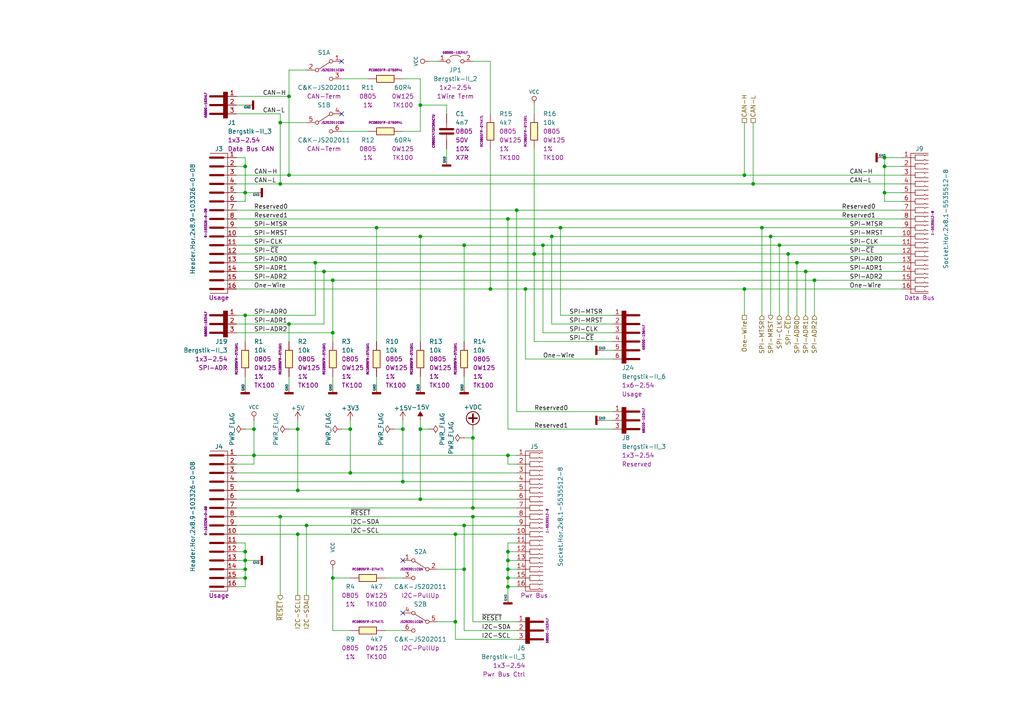
<source format=kicad_sch>
(kicad_sch (version 20211123) (generator eeschema)
  (paper "A4")
  (lib_symbols
    (symbol "C.Kemet.MLCC.0805.X7R:4n7" (pin_numbers hide) (pin_names (offset 1.016) hide)
      (property "Reference" "C" (at 2.54 5.08 0))
      (property "Value" "4n7" (at 2.54 2.54 0))
      (property "Package" "0805" (at 2.54 0 0))
      (property "Voltage" "50V" (at 2.54 -2.54 0))
      (property "Tolerance" "10%" (at 2.54 -5.08 0))
      (property "Dielectric" "X7R" (at 2.54 -7.62 0))
      (property "ID" "C0805C472K5RACTU" (at -3.81 0 90))
      (symbol "4n7_1_1"
        (pin passive line (at 0 5.08 270) (length 2.54) (name "~") (number "1"))
        (pin passive line (at 0 -5.08 90) (length 2.54) (name "~") (number "2"))
      )
    )
    (symbol "J.AMPMODU-ModII:Header.Hor.2x8.9-103326-0-08" (pin_names hide)
      (property "Reference" "J" (at 2.54 20.32 0))
      (property "Value" "Header.Hor.2x8.9-103326-0-08" (at 10.16 0 90))
      (property "Usage" "Usage" (at 2.54 -22.86 0))
      (property "ID" "9-103326-0-08" (at 6.35 -1.27 90))
      (symbol "Header.Hor.2x8.9-103326-0-08_1_1"
        (pin passive line (at -2.54 17.78 0) (length 2.54) (name "1") (number "1"))
        (pin passive line (at -2.54 -5.08 0) (length 2.54) (name "10") (number "10"))
        (pin passive line (at -2.54 -7.62 0) (length 2.54) (name "11") (number "11"))
        (pin passive line (at -2.54 -10.16 0) (length 2.54) (name "12") (number "12"))
        (pin passive line (at -2.54 -12.7 0) (length 2.54) (name "13") (number "13"))
        (pin passive line (at -2.54 -15.24 0) (length 2.54) (name "14") (number "14"))
        (pin passive line (at -2.54 -17.78 0) (length 2.54) (name "15") (number "15"))
        (pin passive line (at -2.54 -20.32 0) (length 2.54) (name "16") (number "16"))
        (pin passive line (at -2.54 15.24 0) (length 2.54) (name "2") (number "2"))
        (pin passive line (at -2.54 12.7 0) (length 2.54) (name "3") (number "3"))
        (pin passive line (at -2.54 10.16 0) (length 2.54) (name "4") (number "4"))
        (pin passive line (at -2.54 7.62 0) (length 2.54) (name "5") (number "5"))
        (pin passive line (at -2.54 5.08 0) (length 2.54) (name "6") (number "6"))
        (pin passive line (at -2.54 2.54 0) (length 2.54) (name "7") (number "7"))
        (pin passive line (at -2.54 0 0) (length 2.54) (name "8") (number "8"))
        (pin passive line (at -2.54 -2.54 0) (length 2.54) (name "9") (number "9"))
      )
    )
    (symbol "J.AMPMODU-ModII:Socket.Hor.2x8.1-5535512-8" (pin_names hide)
      (property "Reference" "J" (at 2.54 20.32 0))
      (property "Value" "Socket.Hor.2x8.1-5535512-8" (at 10.16 0 90))
      (property "Usage" "Usage" (at 2.54 -22.86 0))
      (property "ID" "1-5535512-8" (at 6.35 -1.27 90))
      (symbol "Socket.Hor.2x8.1-5535512-8_1_1"
        (pin passive line (at -2.54 17.78 0) (length 2.54) (name "1") (number "1"))
        (pin passive line (at -2.54 -5.08 0) (length 2.54) (name "10") (number "10"))
        (pin passive line (at -2.54 -7.62 0) (length 2.54) (name "11") (number "11"))
        (pin passive line (at -2.54 -10.16 0) (length 2.54) (name "12") (number "12"))
        (pin passive line (at -2.54 -12.7 0) (length 2.54) (name "13") (number "13"))
        (pin passive line (at -2.54 -15.24 0) (length 2.54) (name "14") (number "14"))
        (pin passive line (at -2.54 -17.78 0) (length 2.54) (name "15") (number "15"))
        (pin passive line (at -2.54 -20.32 0) (length 2.54) (name "16") (number "16"))
        (pin passive line (at -2.54 15.24 0) (length 2.54) (name "2") (number "2"))
        (pin passive line (at -2.54 12.7 0) (length 2.54) (name "3") (number "3"))
        (pin passive line (at -2.54 10.16 0) (length 2.54) (name "4") (number "4"))
        (pin passive line (at -2.54 7.62 0) (length 2.54) (name "5") (number "5"))
        (pin passive line (at -2.54 5.08 0) (length 2.54) (name "6") (number "6"))
        (pin passive line (at -2.54 2.54 0) (length 2.54) (name "7") (number "7"))
        (pin passive line (at -2.54 0 0) (length 2.54) (name "8") (number "8"))
        (pin passive line (at -2.54 -2.54 0) (length 2.54) (name "9") (number "9"))
      )
    )
    (symbol "J.PinHeader:Bergstik-II_3" (pin_names (offset 0.002) hide)
      (property "Reference" "J" (at -2.54 -5.08 0))
      (property "Value" "Bergstik-II_3" (at -2.54 -7.62 0))
      (property "Package" "1x3-2.54" (at -2.54 -10.16 0))
      (property "Usage" "Usage" (at -2.54 -12.7 0))
      (property "ID" "68000-103HLF" (at 3.81 0 90))
      (symbol "Bergstik-II_3_1_1"
        (pin passive line (at -5.08 2.54 0) (length 2.54) (name "A1") (number "1"))
        (pin passive line (at -5.08 0 0) (length 2.54) (name "A2") (number "2"))
        (pin passive line (at -5.08 -2.54 0) (length 2.54) (name "A3") (number "3"))
      )
    )
    (symbol "J.PinHeader:Bergstik-II_6" (pin_names (offset 0.002) hide)
      (property "Reference" "J" (at -2.54 -10.16 0))
      (property "Value" "Bergstik-II_6" (at -2.54 -12.7 0))
      (property "Package" "1x6-2.54" (at -2.54 -15.24 0))
      (property "Usage" "Usage" (at -2.54 -17.78 0))
      (property "ID" "68000-106HLF" (at 3.81 -1.27 90))
      (symbol "Bergstik-II_6_1_1"
        (pin passive line (at -5.08 5.08 0) (length 2.54) (name "A1") (number "1"))
        (pin passive line (at -5.08 2.54 0) (length 2.54) (name "A2") (number "2"))
        (pin passive line (at -5.08 0 0) (length 2.54) (name "A3") (number "3"))
        (pin passive line (at -5.08 -2.54 0) (length 2.54) (name "A4") (number "4"))
        (pin passive line (at -5.08 -5.08 0) (length 2.54) (name "A5") (number "5"))
        (pin passive line (at -5.08 -7.62 0) (length 2.54) (name "A6") (number "6"))
      )
    )
    (symbol "JP:Bergstik-II_2" (pin_names (offset 0) hide)
      (property "Reference" "JP" (at 0 -2.54 0))
      (property "Value" "Bergstik-II_2" (at 0 -5.08 0))
      (property "Package" "1x2-2.54" (at 0 -7.62 0))
      (property "ID" "68000-102HLF" (at 0 2.54 0))
      (property "Usage" "Usage" (at 0 -10.16 0))
      (symbol "Bergstik-II_2_1_1"
        (pin passive line (at -5.08 0 0) (length 2.54) (name "A") (number "1"))
        (pin passive line (at 5.08 0 180) (length 2.54) (name "B") (number "2"))
      )
    )
    (symbol "R.Yageo.RC0805:10k" (pin_numbers hide) (pin_names (offset 1.016) hide)
      (property "Reference" "R" (at 2.54 5.08 0))
      (property "Value" "10k" (at 2.54 2.54 0))
      (property "Package" "0805" (at 2.54 0 0))
      (property "Power" "0W125" (at 2.54 -2.54 0))
      (property "Tolerance" "1%" (at 2.54 -5.08 0))
      (property "TK" "TK100" (at 2.54 -7.62 0))
      (property "ID" "RC0805FR-0710KL" (at -2.54 0 90))
      (symbol "10k_1_1"
        (pin passive line (at 0 5.08 270) (length 2.54) (name "~") (number "1"))
        (pin passive line (at 0 -5.08 90) (length 2.54) (name "~") (number "2"))
      )
    )
    (symbol "R.Yageo.RC0805:4k7" (pin_numbers hide) (pin_names (offset 1.016) hide)
      (property "Reference" "R" (at 2.54 5.08 0))
      (property "Value" "4k7" (at 2.54 2.54 0))
      (property "Package" "0805" (at 2.54 0 0))
      (property "Power" "0W125" (at 2.54 -2.54 0))
      (property "Tolerance" "1%" (at 2.54 -5.08 0))
      (property "TK" "TK100" (at 2.54 -7.62 0))
      (property "ID" "RC0805FR-074K7L" (at -2.54 0 90))
      (symbol "4k7_1_1"
        (pin passive line (at 0 5.08 270) (length 2.54) (name "~") (number "1"))
        (pin passive line (at 0 -5.08 90) (length 2.54) (name "~") (number "2"))
      )
    )
    (symbol "R.Yageo.RC0805:60R4" (pin_numbers hide) (pin_names (offset 1.016) hide)
      (property "Reference" "R" (at 2.54 5.08 0))
      (property "Value" "60R4" (at 2.54 2.54 0))
      (property "Package" "0805" (at 2.54 0 0))
      (property "Power" "0W125" (at 2.54 -2.54 0))
      (property "Tolerance" "1%" (at 2.54 -5.08 0))
      (property "TK" "TK100" (at 2.54 -7.62 0))
      (property "ID" "RC0805FR-0760R4L" (at -2.54 0 90))
      (symbol "60R4_1_1"
        (pin passive line (at 0 5.08 270) (length 2.54) (name "~") (number "1"))
        (pin passive line (at 0 -5.08 90) (length 2.54) (name "~") (number "2"))
      )
    )
    (symbol "S:C&K-JS202011" (pin_names (offset 0) hide)
      (property "Reference" "S" (at 0 5.08 0))
      (property "Value" "C&K-JS202011" (at 0 -5.08 0))
      (property "Usage" "Usage" (at 0 -7.62 0))
      (property "ID" "JS202011CQN" (at 2.54 0 0))
      (symbol "C&K-JS202011_1_1"
        (pin passive line (at 5.08 2.54 180) (length 2.54) (name "A") (number "1"))
        (pin passive line (at -5.08 0 0) (length 2.54) (name "B") (number "2"))
        (pin passive line (at 5.08 -2.54 180) (length 2.54) (name "C") (number "3"))
      )
      (symbol "C&K-JS202011_2_1"
        (pin passive line (at 5.08 2.54 180) (length 2.54) (name "A") (number "4"))
        (pin passive line (at -5.08 0 0) (length 2.54) (name "B") (number "5"))
        (pin passive line (at 5.08 -2.54 180) (length 2.54) (name "C") (number "6"))
      )
    )
    (symbol "Supply:+15V" (power) (pin_numbers hide) (pin_names (offset 0) hide)
      (property "Value" "+15V" (at 0 3.556 0))
      (symbol "+15V_1_1"
        (pin power_in line (at 0 0 90) (length 0) hide (name "+15V") (number "1"))
      )
    )
    (symbol "Supply:+3V3" (power) (pin_numbers hide) (pin_names (offset 0) hide)
      (property "Value" "+3V3" (at 0 3.556 0))
      (symbol "+3V3_1_1"
        (pin power_in line (at 0 0 90) (length 0) hide (name "+3V3") (number "1"))
      )
    )
    (symbol "Supply:+5V" (power) (pin_numbers hide) (pin_names (offset 0) hide)
      (property "Value" "+5V" (at 0 3.556 0))
      (symbol "+5V_1_1"
        (pin power_in line (at 0 0 90) (length 0) hide (name "+5V") (number "1"))
      )
    )
    (symbol "Supply:+VDC" (power) (pin_numbers hide) (pin_names (offset 0) hide)
      (property "Value" "+VDC" (at 0 6.35 0))
      (symbol "+VDC_1_1"
        (pin power_in line (at 0 0 90) (length 0) hide (name "+VDC") (number "1"))
      )
    )
    (symbol "Supply:-15V" (power) (pin_numbers hide) (pin_names (offset 0) hide)
      (property "Value" "-15V" (at 0 3.81 0))
      (symbol "-15V_0_0"
        (pin power_in line (at 0 0 90) (length 0) hide (name "-15V") (number "1"))
      )
    )
    (symbol "Supply:GND" (power) (pin_numbers hide) (pin_names (offset 0) hide)
      (property "Value" "GND" (at -0.635 -0.635 90))
      (symbol "GND_1_1"
        (pin power_in line (at 0 0 270) (length 0) hide (name "GND") (number "1"))
      )
    )
    (symbol "Supply:PWR_FLAG" (power) (pin_numbers hide) (pin_names (offset 0) hide)
      (property "Value" "PWR_FLAG" (at 0 3.81 0))
      (symbol "PWR_FLAG_0_0"
        (pin power_out line (at 0 0 90) (length 0) (name "pwr") (number "1"))
      )
    )
    (symbol "Supply:VCC" (power) (pin_numbers hide) (pin_names (offset 0) hide)
      (property "Value" "VCC" (at 0 3.81 0))
      (symbol "VCC_1_1"
        (pin power_in line (at 0 0 90) (length 0) hide (name "VCC") (number "1"))
      )
    )
  )
  (junction (at 121.92 124.46) (diameter 0.9144))
  (junction (at 215.9 83.82))
  (junction (at 147.32 165.1) (diameter 0.9144))
  (junction (at 256.54 55.88) (diameter 0.9144))
  (junction (at 116.84 139.7) (diameter 0.9144))
  (junction (at 147.32 132.08) (diameter 0.9144))
  (junction (at 157.48 71.12) (diameter 0.9144))
  (junction (at 96.52 96.52) (diameter 0.9144))
  (junction (at 71.12 167.64) (diameter 0.9144))
  (junction (at 154.94 73.66) (diameter 0.9144))
  (junction (at 121.92 30.48) (diameter 0.9144))
  (junction (at 134.62 165.1) (diameter 0.9144))
  (junction (at 152.4 83.82) (diameter 0.9144))
  (junction (at 73.66 124.46) (diameter 0.9144))
  (junction (at 142.24 83.82) (diameter 0.9144))
  (junction (at 233.68 78.74))
  (junction (at 134.62 71.12) (diameter 0.9144))
  (junction (at 132.08 154.94) (diameter 0.9144))
  (junction (at 96.52 81.28) (diameter 0.9144))
  (junction (at 83.82 27.94) (diameter 0.9144))
  (junction (at 88.9 152.4))
  (junction (at 109.22 66.04) (diameter 0.9144))
  (junction (at 71.12 48.26) (diameter 0.9144))
  (junction (at 91.44 76.2) (diameter 0.9144))
  (junction (at 137.16 127) (diameter 0.9144))
  (junction (at 83.82 93.98) (diameter 0.9144))
  (junction (at 147.32 63.5) (diameter 0.9144))
  (junction (at 137.16 147.32) (diameter 0.9144))
  (junction (at 73.66 132.08) (diameter 0.9144))
  (junction (at 81.28 53.34) (diameter 0.9144))
  (junction (at 116.84 124.46) (diameter 0.9144))
  (junction (at 101.6 124.46) (diameter 0.9144))
  (junction (at 236.22 81.28))
  (junction (at 218.44 53.34))
  (junction (at 231.14 76.2))
  (junction (at 71.12 165.1) (diameter 0.9144))
  (junction (at 256.54 48.26) (diameter 0.9144))
  (junction (at 223.52 68.58))
  (junction (at 256.54 45.72) (diameter 0.9144))
  (junction (at 71.12 160.02) (diameter 0.9144))
  (junction (at 149.86 60.96) (diameter 0.9144))
  (junction (at 101.6 137.16) (diameter 0.9144))
  (junction (at 71.12 162.56) (diameter 0.9144))
  (junction (at 215.9 50.8))
  (junction (at 121.92 68.58) (diameter 0.9144))
  (junction (at 137.16 149.86) (diameter 0.9144))
  (junction (at 93.98 78.74) (diameter 0.9144))
  (junction (at 71.12 55.88) (diameter 0.9144))
  (junction (at 220.98 66.04))
  (junction (at 147.32 170.18) (diameter 0.9144))
  (junction (at 162.56 66.04) (diameter 0.9144))
  (junction (at 147.32 162.56) (diameter 0.9144))
  (junction (at 226.06 71.12))
  (junction (at 71.12 91.44) (diameter 0.9144))
  (junction (at 147.32 167.64) (diameter 0.9144))
  (junction (at 134.62 152.4) (diameter 0.9144))
  (junction (at 160.02 68.58) (diameter 0.9144))
  (junction (at 86.36 154.94))
  (junction (at 86.36 124.46) (diameter 0.9144))
  (junction (at 83.82 50.8) (diameter 0.9144))
  (junction (at 121.92 144.78) (diameter 0.9144))
  (junction (at 228.6 73.66))
  (junction (at 132.08 180.34) (diameter 0.9144))
  (junction (at 81.28 35.56) (diameter 0.9144))
  (junction (at 81.28 149.86))
  (junction (at 96.52 167.64) (diameter 0.9144))
  (junction (at 86.36 142.24) (diameter 0.9144))
  (junction (at 147.32 160.02) (diameter 0.9144))
  (no_connect (at 116.84 177.8))
  (no_connect (at 99.06 17.78))
  (no_connect (at 99.06 33.02))
  (no_connect (at 116.84 162.56))
  (wire (pts (xy 147.32 170.18) (xy 147.32 167.64)))
  (wire (pts (xy 175.26 101.6) (xy 177.8 101.6)))
  (wire (pts (xy 73.66 55.88) (xy 71.12 55.88)))
  (wire (pts (xy 68.58 78.74) (xy 93.98 78.74)))
  (wire (pts (xy 68.58 48.26) (xy 71.12 48.26)))
  (wire (pts (xy 137.16 180.34) (xy 137.16 149.86)))
  (wire (pts (xy 101.6 167.64) (xy 96.52 167.64)))
  (wire (pts (xy 93.98 93.98) (xy 83.82 93.98)))
  (wire (pts (xy 137.16 149.86) (xy 149.86 149.86)))
  (wire (pts (xy 149.86 167.64) (xy 147.32 167.64)))
  (wire (pts (xy 228.6 73.66) (xy 261.62 73.66)))
  (wire (pts (xy 81.28 53.34) (xy 218.44 53.34)))
  (wire (pts (xy 121.92 68.58) (xy 160.02 68.58)))
  (wire (pts (xy 68.58 134.62) (xy 73.66 134.62)))
  (wire (pts (xy 71.12 91.44) (xy 68.58 91.44)))
  (wire (pts (xy 68.58 76.2) (xy 91.44 76.2)))
  (wire (pts (xy 83.82 27.94) (xy 83.82 50.8)))
  (wire (pts (xy 86.36 142.24) (xy 149.86 142.24)))
  (wire (pts (xy 83.82 93.98) (xy 68.58 93.98)))
  (wire (pts (xy 256.54 48.26) (xy 256.54 45.72)))
  (wire (pts (xy 127 180.34) (xy 132.08 180.34)))
  (wire (pts (xy 162.56 66.04) (xy 220.98 66.04)))
  (wire (pts (xy 142.24 83.82) (xy 152.4 83.82)))
  (wire (pts (xy 160.02 68.58) (xy 223.52 68.58)))
  (wire (pts (xy 160.02 93.98) (xy 160.02 68.58)))
  (wire (pts (xy 68.58 137.16) (xy 101.6 137.16)))
  (wire (pts (xy 121.92 121.92) (xy 121.92 124.46)))
  (wire (pts (xy 142.24 33.02) (xy 142.24 17.78)))
  (wire (pts (xy 223.52 91.44) (xy 223.52 68.58)))
  (wire (pts (xy 96.52 81.28) (xy 96.52 96.52)))
  (wire (pts (xy 71.12 124.46) (xy 73.66 124.46)))
  (wire (pts (xy 91.44 76.2) (xy 91.44 91.44)))
  (wire (pts (xy 68.58 66.04) (xy 109.22 66.04)))
  (wire (pts (xy 116.84 124.46) (xy 116.84 139.7)))
  (wire (pts (xy 68.58 58.42) (xy 71.12 58.42)))
  (wire (pts (xy 177.8 104.14) (xy 152.4 104.14)))
  (wire (pts (xy 73.66 124.46) (xy 73.66 132.08)))
  (wire (pts (xy 83.82 20.32) (xy 83.82 27.94)))
  (wire (pts (xy 71.12 99.06) (xy 71.12 91.44)))
  (wire (pts (xy 177.8 119.38) (xy 149.86 119.38)))
  (wire (pts (xy 68.58 165.1) (xy 71.12 165.1)))
  (wire (pts (xy 71.12 55.88) (xy 68.58 55.88)))
  (wire (pts (xy 81.28 33.02) (xy 81.28 35.56)))
  (wire (pts (xy 149.86 160.02) (xy 147.32 160.02)))
  (wire (pts (xy 147.32 132.08) (xy 149.86 132.08)))
  (wire (pts (xy 177.8 99.06) (xy 154.94 99.06)))
  (wire (pts (xy 142.24 43.18) (xy 142.24 83.82)))
  (wire (pts (xy 215.9 50.8) (xy 261.62 50.8)))
  (wire (pts (xy 73.66 132.08) (xy 147.32 132.08)))
  (wire (pts (xy 134.62 71.12) (xy 157.48 71.12)))
  (wire (pts (xy 101.6 137.16) (xy 149.86 137.16)))
  (wire (pts (xy 71.12 162.56) (xy 68.58 162.56)))
  (wire (pts (xy 149.86 119.38) (xy 149.86 60.96)))
  (wire (pts (xy 220.98 91.44) (xy 220.98 66.04)))
  (wire (pts (xy 88.9 152.4) (xy 134.62 152.4)))
  (wire (pts (xy 93.98 78.74) (xy 93.98 93.98)))
  (wire (pts (xy 134.62 111.76) (xy 134.62 109.22)))
  (wire (pts (xy 137.16 147.32) (xy 149.86 147.32)))
  (wire (pts (xy 116.84 121.92) (xy 116.84 124.46)))
  (wire (pts (xy 231.14 91.44) (xy 231.14 76.2)))
  (wire (pts (xy 68.58 71.12) (xy 134.62 71.12)))
  (wire (pts (xy 96.52 165.1) (xy 96.52 167.64)))
  (wire (pts (xy 132.08 154.94) (xy 132.08 180.34)))
  (wire (pts (xy 220.98 66.04) (xy 261.62 66.04)))
  (wire (pts (xy 68.58 154.94) (xy 86.36 154.94)))
  (wire (pts (xy 68.58 152.4) (xy 88.9 152.4)))
  (wire (pts (xy 68.58 45.72) (xy 71.12 45.72)))
  (wire (pts (xy 137.16 127) (xy 137.16 147.32)))
  (wire (pts (xy 68.58 167.64) (xy 71.12 167.64)))
  (wire (pts (xy 127 165.1) (xy 134.62 165.1)))
  (wire (pts (xy 152.4 83.82) (xy 215.9 83.82)))
  (wire (pts (xy 99.06 124.46) (xy 101.6 124.46)))
  (wire (pts (xy 81.28 35.56) (xy 81.28 53.34)))
  (wire (pts (xy 68.58 149.86) (xy 81.28 149.86)))
  (wire (pts (xy 68.58 73.66) (xy 154.94 73.66)))
  (wire (pts (xy 93.98 78.74) (xy 233.68 78.74)))
  (wire (pts (xy 71.12 160.02) (xy 71.12 157.48)))
  (wire (pts (xy 83.82 99.06) (xy 83.82 93.98)))
  (wire (pts (xy 86.36 154.94) (xy 132.08 154.94)))
  (wire (pts (xy 68.58 50.8) (xy 83.82 50.8)))
  (wire (pts (xy 68.58 83.82) (xy 142.24 83.82)))
  (wire (pts (xy 256.54 55.88) (xy 256.54 48.26)))
  (wire (pts (xy 96.52 111.76) (xy 96.52 109.22)))
  (wire (pts (xy 83.82 124.46) (xy 86.36 124.46)))
  (wire (pts (xy 68.58 132.08) (xy 73.66 132.08)))
  (wire (pts (xy 121.92 124.46) (xy 121.92 144.78)))
  (wire (pts (xy 73.66 162.56) (xy 71.12 162.56)))
  (wire (pts (xy 147.32 63.5) (xy 261.62 63.5)))
  (wire (pts (xy 68.58 170.18) (xy 71.12 170.18)))
  (wire (pts (xy 109.22 111.76) (xy 109.22 109.22)))
  (wire (pts (xy 147.32 160.02) (xy 147.32 157.48)))
  (wire (pts (xy 121.92 124.46) (xy 124.46 124.46)))
  (wire (pts (xy 215.9 35.56) (xy 215.9 50.8)))
  (wire (pts (xy 132.08 185.42) (xy 132.08 180.34)))
  (wire (pts (xy 71.12 170.18) (xy 71.12 167.64)))
  (wire (pts (xy 134.62 182.88) (xy 134.62 165.1)))
  (wire (pts (xy 154.94 99.06) (xy 154.94 73.66)))
  (wire (pts (xy 71.12 165.1) (xy 71.12 162.56)))
  (wire (pts (xy 73.66 134.62) (xy 73.66 132.08)))
  (wire (pts (xy 96.52 182.88) (xy 101.6 182.88)))
  (wire (pts (xy 175.26 121.92) (xy 177.8 121.92)))
  (wire (pts (xy 68.58 142.24) (xy 86.36 142.24)))
  (wire (pts (xy 71.12 157.48) (xy 68.58 157.48)))
  (wire (pts (xy 86.36 172.72) (xy 86.36 154.94)))
  (wire (pts (xy 106.68 38.1) (xy 99.06 38.1)))
  (wire (pts (xy 71.12 167.64) (xy 71.12 165.1)))
  (wire (pts (xy 218.44 35.56) (xy 218.44 53.34)))
  (wire (pts (xy 137.16 124.46) (xy 137.16 127)))
  (wire (pts (xy 86.36 124.46) (xy 86.36 142.24)))
  (wire (pts (xy 68.58 144.78) (xy 121.92 144.78)))
  (wire (pts (xy 121.92 22.86) (xy 121.92 30.48)))
  (wire (pts (xy 68.58 33.02) (xy 81.28 33.02)))
  (wire (pts (xy 154.94 30.48) (xy 154.94 33.02)))
  (wire (pts (xy 226.06 71.12) (xy 261.62 71.12)))
  (wire (pts (xy 129.54 33.02) (xy 129.54 30.48)))
  (wire (pts (xy 236.22 81.28) (xy 261.62 81.28)))
  (wire (pts (xy 147.32 167.64) (xy 147.32 165.1)))
  (wire (pts (xy 162.56 91.44) (xy 162.56 66.04)))
  (wire (pts (xy 134.62 165.1) (xy 134.62 152.4)))
  (wire (pts (xy 261.62 55.88) (xy 256.54 55.88)))
  (wire (pts (xy 121.92 99.06) (xy 121.92 68.58)))
  (wire (pts (xy 71.12 162.56) (xy 71.12 160.02)))
  (wire (pts (xy 81.28 172.72) (xy 81.28 149.86)))
  (wire (pts (xy 149.86 182.88) (xy 134.62 182.88)))
  (wire (pts (xy 256.54 45.72) (xy 261.62 45.72)))
  (wire (pts (xy 218.44 53.34) (xy 261.62 53.34)))
  (wire (pts (xy 73.66 121.92) (xy 73.66 124.46)))
  (wire (pts (xy 129.54 30.48) (xy 121.92 30.48)))
  (wire (pts (xy 91.44 76.2) (xy 231.14 76.2)))
  (wire (pts (xy 134.62 152.4) (xy 149.86 152.4)))
  (wire (pts (xy 149.86 185.42) (xy 132.08 185.42)))
  (wire (pts (xy 71.12 48.26) (xy 71.12 55.88)))
  (wire (pts (xy 124.46 17.78) (xy 127 17.78)))
  (wire (pts (xy 81.28 35.56) (xy 88.9 35.56)))
  (wire (pts (xy 88.9 172.72) (xy 88.9 152.4)))
  (wire (pts (xy 68.58 81.28) (xy 96.52 81.28)))
  (wire (pts (xy 177.8 96.52) (xy 157.48 96.52)))
  (wire (pts (xy 71.12 45.72) (xy 71.12 48.26)))
  (wire (pts (xy 68.58 60.96) (xy 149.86 60.96)))
  (wire (pts (xy 215.9 91.44) (xy 215.9 83.82)))
  (wire (pts (xy 106.68 22.86) (xy 99.06 22.86)))
  (wire (pts (xy 83.82 50.8) (xy 215.9 50.8)))
  (wire (pts (xy 147.32 157.48) (xy 149.86 157.48)))
  (wire (pts (xy 83.82 20.32) (xy 88.9 20.32)))
  (wire (pts (xy 149.86 180.34) (xy 137.16 180.34)))
  (wire (pts (xy 177.8 93.98) (xy 160.02 93.98)))
  (wire (pts (xy 101.6 124.46) (xy 101.6 137.16)))
  (wire (pts (xy 233.68 78.74) (xy 261.62 78.74)))
  (wire (pts (xy 177.8 91.44) (xy 162.56 91.44)))
  (wire (pts (xy 68.58 27.94) (xy 83.82 27.94)))
  (wire (pts (xy 137.16 17.78) (xy 142.24 17.78)))
  (wire (pts (xy 86.36 121.92) (xy 86.36 124.46)))
  (wire (pts (xy 121.92 38.1) (xy 116.84 38.1)))
  (wire (pts (xy 116.84 167.64) (xy 111.76 167.64)))
  (wire (pts (xy 149.86 170.18) (xy 147.32 170.18)))
  (wire (pts (xy 81.28 149.86) (xy 137.16 149.86)))
  (wire (pts (xy 129.54 45.72) (xy 129.54 43.18)))
  (wire (pts (xy 109.22 99.06) (xy 109.22 66.04)))
  (wire (pts (xy 154.94 73.66) (xy 228.6 73.66)))
  (wire (pts (xy 121.92 30.48) (xy 121.92 38.1)))
  (wire (pts (xy 116.84 124.46) (xy 114.3 124.46)))
  (wire (pts (xy 91.44 91.44) (xy 71.12 91.44)))
  (wire (pts (xy 68.58 63.5) (xy 147.32 63.5)))
  (wire (pts (xy 96.52 81.28) (xy 236.22 81.28)))
  (wire (pts (xy 226.06 91.44) (xy 226.06 71.12)))
  (wire (pts (xy 231.14 76.2) (xy 261.62 76.2)))
  (wire (pts (xy 261.62 58.42) (xy 256.54 58.42)))
  (wire (pts (xy 68.58 139.7) (xy 116.84 139.7)))
  (wire (pts (xy 147.32 162.56) (xy 147.32 160.02)))
  (wire (pts (xy 132.08 154.94) (xy 149.86 154.94)))
  (wire (pts (xy 68.58 68.58) (xy 121.92 68.58)))
  (wire (pts (xy 149.86 162.56) (xy 147.32 162.56)))
  (wire (pts (xy 233.68 91.44) (xy 233.68 78.74)))
  (wire (pts (xy 157.48 96.52) (xy 157.48 71.12)))
  (wire (pts (xy 96.52 96.52) (xy 68.58 96.52)))
  (wire (pts (xy 147.32 172.72) (xy 147.32 170.18)))
  (wire (pts (xy 68.58 53.34) (xy 81.28 53.34)))
  (wire (pts (xy 152.4 104.14) (xy 152.4 83.82)))
  (wire (pts (xy 147.32 134.62) (xy 147.32 132.08)))
  (wire (pts (xy 149.86 165.1) (xy 147.32 165.1)))
  (wire (pts (xy 223.52 68.58) (xy 261.62 68.58)))
  (wire (pts (xy 149.86 134.62) (xy 147.32 134.62)))
  (wire (pts (xy 71.12 111.76) (xy 71.12 109.22)))
  (wire (pts (xy 96.52 99.06) (xy 96.52 96.52)))
  (wire (pts (xy 256.54 58.42) (xy 256.54 55.88)))
  (wire (pts (xy 215.9 83.82) (xy 261.62 83.82)))
  (wire (pts (xy 149.86 60.96) (xy 261.62 60.96)))
  (wire (pts (xy 261.62 48.26) (xy 256.54 48.26)))
  (wire (pts (xy 116.84 139.7) (xy 149.86 139.7)))
  (wire (pts (xy 228.6 91.44) (xy 228.6 73.66)))
  (wire (pts (xy 96.52 167.64) (xy 96.52 182.88)))
  (wire (pts (xy 116.84 22.86) (xy 121.92 22.86)))
  (wire (pts (xy 134.62 127) (xy 137.16 127)))
  (wire (pts (xy 134.62 99.06) (xy 134.62 71.12)))
  (wire (pts (xy 116.84 182.88) (xy 111.76 182.88)))
  (wire (pts (xy 236.22 91.44) (xy 236.22 81.28)))
  (wire (pts (xy 121.92 111.76) (xy 121.92 109.22)))
  (wire (pts (xy 154.94 43.18) (xy 154.94 73.66)))
  (wire (pts (xy 68.58 160.02) (xy 71.12 160.02)))
  (wire (pts (xy 83.82 111.76) (xy 83.82 109.22)))
  (wire (pts (xy 101.6 121.92) (xy 101.6 124.46)))
  (wire (pts (xy 68.58 30.48) (xy 71.12 30.48)))
  (wire (pts (xy 157.48 71.12) (xy 226.06 71.12)))
  (wire (pts (xy 147.32 124.46) (xy 147.32 63.5)))
  (wire (pts (xy 177.8 124.46) (xy 147.32 124.46)))
  (wire (pts (xy 121.92 144.78) (xy 149.86 144.78)))
  (wire (pts (xy 109.22 66.04) (xy 162.56 66.04)))
  (wire (pts (xy 71.12 58.42) (xy 71.12 55.88)))
  (wire (pts (xy 147.32 165.1) (xy 147.32 162.56)))
  (wire (pts (xy 68.58 147.32) (xy 137.16 147.32)))
  (label "SPI-CLK" (at 246.38 71.12 0))
  (label "Reserved0" (at 154.94 119.38 0))
  (label "SPI-ADR1" (at 73.66 93.98 0))
  (label "Reserved0" (at 254 60.96 180))
  (label "SPI-MTSR" (at 165.1 91.44 0))
  (label "SPI-~{CE}" (at 165.1 99.06 0))
  (label "CAN-H" (at 76.2 27.94 0))
  (label "CAN-L" (at 73.66 53.34 0))
  (label "CAN-H" (at 73.66 50.8 0))
  (label "SPI-ADR1" (at 73.66 78.74 0))
  (label "SPI-CLK" (at 73.66 71.12 0))
  (label "SPI-CLK" (at 165.1 96.52 0))
  (label "One-Wire" (at 246.38 83.82 0))
  (label "Reserved1" (at 73.66 63.5 0))
  (label "I2C-SCL" (at 139.7 185.42 0))
  (label "CAN-H" (at 246.38 50.8 0))
  (label "Reserved1" (at 154.94 124.46 0))
  (label "SPI-MTSR" (at 73.66 66.04 0))
  (label "SPI-~{CE}" (at 73.66 73.66 0))
  (label "Reserved0" (at 73.66 60.96 0))
  (label "SPI-MRST" (at 73.66 68.58 0))
  (label "CAN-L" (at 76.2 33.02 0))
  (label "SPI-MRST" (at 165.1 93.98 0))
  (label "~{RESET}" (at 101.6 149.86 0))
  (label "SPI-MRST" (at 246.38 68.58 0))
  (label "One-Wire" (at 73.66 83.82 0))
  (label "SPI-ADR2" (at 73.66 81.28 0))
  (label "SPI-ADR0" (at 73.66 91.44 0))
  (label "SPI-ADR0" (at 73.66 76.2 0))
  (label "I2C-SCL" (at 101.6 154.94 0))
  (label "SPI-ADR1" (at 246.38 78.74 0))
  (label "I2C-SDA" (at 101.6 152.4 0))
  (label "SPI-ADR2" (at 73.66 96.52 0))
  (label "I2C-SDA" (at 139.7 182.88 0))
  (label "Reserved1" (at 254 63.5 180))
  (label "~{RESET}" (at 139.7 180.34 0))
  (label "SPI-ADR0" (at 246.38 76.2 0))
  (label "One-Wire" (at 157.48 104.14 0))
  (label "SPI-~{CE}" (at 246.38 73.66 0))
  (label "CAN-L" (at 246.38 53.34 0))
  (label "SPI-MTSR" (at 246.38 66.04 0))
  (label "SPI-ADR2" (at 246.38 81.28 0))
  (hierarchical_label "I2C-SDA" (shape passive) (at 88.9 172.72 270))
  (hierarchical_label "CAN-L" (shape passive) (at 218.44 35.56 90))
  (hierarchical_label "SPI-~{CE}" (shape input) (at 228.6 91.44 270))
  (hierarchical_label "SPI-ADR2" (shape input) (at 236.22 91.44 270))
  (hierarchical_label "~{RESET}" (shape output) (at 81.28 172.72 270))
  (hierarchical_label "SPI-MTSR" (shape input) (at 220.98 91.44 270))
  (hierarchical_label "SPI-CLK" (shape input) (at 226.06 91.44 270))
  (hierarchical_label "One-Wire" (shape passive) (at 215.9 91.44 270))
  (hierarchical_label "SPI-ADR1" (shape input) (at 233.68 91.44 270))
  (hierarchical_label "CAN-H" (shape passive) (at 215.9 35.56 90))
  (hierarchical_label "SPI-MRST" (shape output) (at 223.52 91.44 270))
  (hierarchical_label "I2C-SCL" (shape passive) (at 86.36 172.72 270))
  (hierarchical_label "SPI-ADR0" (shape input) (at 231.14 91.44 270))
  (symbol (lib_id "R.Yageo.RC0805:10k") (at 109.22 104.14 0) (unit 1)
    (property "Reference" "R10" (at 111.76 99.06 0) (effects (justify left)))
    (property "Value" "10k" (at 111.76 101.6 0) (effects (justify left)))
    (property "Footprint" "Resistor_SMD:R_0805_2012Metric" (effects hide))
    (property "Datasheet" "R.Yaego.RC0805.pdf" (effects hide))
    (property "Package" "0805" (at 111.76 104.14 0) (effects (justify left)))
    (property "Power" "0W125" (at 111.76 106.68 0) (effects (justify left)))
    (property "Tolerance" "1%" (at 111.76 109.22 0) (effects (justify left)))
    (property "TK" "TK100" (at 111.76 111.76 0) (effects (justify left)))
    (property "ID" "RC0805FR-0710KL" (at 106.68 104.14 90) (effects (font (size 0.635 0.635) italic)))
  )
  (symbol (lib_id "Supply:PWR_FLAG") (at 124.46 124.46 270) (unit 1)
    (property "Reference" "#FLG06" (effects hide))
    (property "Value" "PWR_FLAG" (at 128.27 124.46 0))
  )
  (symbol (lib_id "S:C&K-JS202011") (at 93.98 20.32 0) (unit 1)
    (property "Reference" "S1" (at 93.98 15.24 0))
    (property "Value" "C&K-JS202011" (at 93.98 25.4 0))
    (property "Footprint" "Button_Switch_THT:SW_CuK_JS202011CQN_DPDT_Straight" (effects hide))
    (property "Datasheet" "https://www.ckswitches.com/media/1422/js.pdf" (effects hide))
    (property "Usage" "CAN-Term" (at 93.98 27.94 0))
    (property "ID" "JS202011CQN" (at 96.52 20.32 0) (effects (font (size 0.635 0.635))))
  )
  (symbol (lib_id "Supply:VCC") (at 154.94 30.48 0) (unit 1)
    (property "Reference" "#PWR021" (effects hide))
    (property "Value" "VCC" (at 154.94 26.67 0) (effects (font (size 1.016 1.016))))
  )
  (symbol (lib_id "JP:Bergstik-II_2") (at 132.08 17.78 0) (unit 1)
    (property "Reference" "JP1" (at 132.08 20.32 0))
    (property "Value" "Bergstik-II_2" (at 132.08 22.86 0))
    (property "Footprint" "Connector_PinHeader_2.54mm:PinHeader_1x02_P2.54mm_Vertical" (effects hide))
    (property "Datasheet" "JP.Bergstik-II-Header.68000.pdf" (effects hide))
    (property "Package" "1x2-2.54" (at 132.08 25.4 0))
    (property "ID" "68000-102HLF" (at 132.08 15.24 0) (effects (font (size 0.635 0.635))))
    (property "Usage" "1Wire Term" (at 132.08 27.94 0))
  )
  (symbol (lib_id "Supply:GND") (at 96.52 111.76 0) (unit 1)
    (property "Reference" "#PWR09" (effects hide))
    (property "Value" "GND" (at 95.885 112.395 90) (effects (font (size 0.635 0.635))))
  )
  (symbol (lib_id "Supply:-15V") (at 121.92 121.92 0) (unit 1)
    (property "Reference" "#PWR015" (effects hide))
    (property "Value" "-15V" (at 121.92 118.11 0))
  )
  (symbol (lib_id "J.AMPMODU-ModII:Socket.Hor.2x8.1-5535512-8") (at 152.4 149.86 0) (unit 1)
    (property "Reference" "J5" (at 154.94 129.54 0))
    (property "Value" "Socket.Hor.2x8.1-5535512-8" (at 162.56 149.86 90))
    (property "Footprint" "BTech.Connector.AMPMODU-ModII:Socket.Hor.2x5.6-5535512-4" (effects hide))
    (property "Datasheet" "https://www.te.com/commerce/DocumentDelivery/DDEController?Action=srchrtrv&DocNm=5535512&DocType=Customer+Drawing&DocLang=English" (effects hide))
    (property "Usage" "Pwr Bus" (at 154.94 172.72 0))
    (property "ID" "1-5535512-8" (at 158.75 151.13 90) (effects (font (size 0.635 0.635) italic)))
  )
  (symbol (lib_id "R.Yageo.RC0805:10k") (at 121.92 104.14 0) (unit 1)
    (property "Reference" "R13" (at 124.46 99.06 0) (effects (justify left)))
    (property "Value" "10k" (at 124.46 101.6 0) (effects (justify left)))
    (property "Footprint" "Resistor_SMD:R_0805_2012Metric" (effects hide))
    (property "Datasheet" "R.Yaego.RC0805.pdf" (effects hide))
    (property "Package" "0805" (at 124.46 104.14 0) (effects (justify left)))
    (property "Power" "0W125" (at 124.46 106.68 0) (effects (justify left)))
    (property "Tolerance" "1%" (at 124.46 109.22 0) (effects (justify left)))
    (property "TK" "TK100" (at 124.46 111.76 0) (effects (justify left)))
    (property "ID" "RC0805FR-0710KL" (at 119.38 104.14 90) (effects (font (size 0.635 0.635) italic)))
  )
  (symbol (lib_id "J.AMPMODU-ModII:Header.Hor.2x8.9-103326-0-08") (at 66.04 63.5 0) (mirror y) (unit 1)
    (property "Reference" "J3" (at 63.5 43.18 0))
    (property "Value" "Header.Hor.2x8.9-103326-0-08" (at 55.88 63.5 90))
    (property "Footprint" "BTech.PinHeader.2-54mm:PinHeader_2x08_P2.54mm_Horizontal" (effects hide))
    (property "Datasheet" "https://www.te.com/commerce/DocumentDelivery/DDEController?Action=srchrtrv&DocNm=103326&DocType=Customer+Drawing&DocLang=English" (effects hide))
    (property "Usage" "Usage" (at 63.5 86.36 0))
    (property "ID" "9-103326-0-08" (at 59.69 64.77 90) (effects (font (size 0.635 0.635) italic)))
  )
  (symbol (lib_id "R.Yageo.RC0805:10k") (at 96.52 104.14 0) (unit 1)
    (property "Reference" "R3" (at 99.06 99.06 0) (effects (justify left)))
    (property "Value" "10k" (at 99.06 101.6 0) (effects (justify left)))
    (property "Footprint" "Resistor_SMD:R_0805_2012Metric" (effects hide))
    (property "Datasheet" "R.Yaego.RC0805.pdf" (effects hide))
    (property "Package" "0805" (at 99.06 104.14 0) (effects (justify left)))
    (property "Power" "0W125" (at 99.06 106.68 0) (effects (justify left)))
    (property "Tolerance" "1%" (at 99.06 109.22 0) (effects (justify left)))
    (property "TK" "TK100" (at 99.06 111.76 0) (effects (justify left)))
    (property "ID" "RC0805FR-0710KL" (at 93.98 104.14 90) (effects (font (size 0.635 0.635) italic)))
  )
  (symbol (lib_id "R.Yageo.RC0805:10k") (at 134.62 104.14 0) (unit 1)
    (property "Reference" "R14" (at 137.16 99.06 0) (effects (justify left)))
    (property "Value" "10k" (at 137.16 101.6 0) (effects (justify left)))
    (property "Footprint" "Resistor_SMD:R_0805_2012Metric" (effects hide))
    (property "Datasheet" "R.Yaego.RC0805.pdf" (effects hide))
    (property "Package" "0805" (at 137.16 104.14 0) (effects (justify left)))
    (property "Power" "0W125" (at 137.16 106.68 0) (effects (justify left)))
    (property "Tolerance" "1%" (at 137.16 109.22 0) (effects (justify left)))
    (property "TK" "TK100" (at 137.16 111.76 0) (effects (justify left)))
    (property "ID" "RC0805FR-0710KL" (at 132.08 104.14 90) (effects (font (size 0.635 0.635) italic)))
  )
  (symbol (lib_id "S:C&K-JS202011") (at 121.92 180.34 0) (mirror y) (unit 2)
    (property "Reference" "S2" (at 121.92 175.26 0))
    (property "Value" "C&K-JS202011" (at 121.92 185.42 0))
    (property "Footprint" "Button_Switch_THT:SW_CuK_JS202011CQN_DPDT_Straight" (effects hide))
    (property "Datasheet" "https://www.ckswitches.com/media/1422/js.pdf" (effects hide))
    (property "Usage" "I2C-PullUp" (at 121.92 187.96 0))
    (property "ID" "JS202011CQN" (at 119.38 180.34 0) (effects (font (size 0.635 0.635))))
  )
  (symbol (lib_id "Supply:GND") (at 129.54 45.72 0) (unit 1)
    (property "Reference" "#PWR017" (effects hide))
    (property "Value" "GND" (at 128.905 46.355 90) (effects (font (size 0.635 0.635))))
  )
  (symbol (lib_id "Supply:GND") (at 256.54 45.72 270) (unit 1)
    (property "Reference" "#PWR024" (effects hide))
    (property "Value" "GND" (at 255.905 45.085 90) (effects (font (size 0.635 0.635))))
  )
  (symbol (lib_id "R.Yageo.RC0805:4k7") (at 106.68 182.88 270) (unit 1)
    (property "Reference" "R9" (at 101.6 185.42 90))
    (property "Value" "4k7" (at 109.22 185.42 90))
    (property "Footprint" "Resistor_SMD:R_0805_2012Metric" (effects hide))
    (property "Datasheet" "R.Yaego.RC0805.pdf" (effects hide))
    (property "Package" "0805" (at 101.6 187.96 90))
    (property "Power" "0W125" (at 109.22 187.96 90))
    (property "Tolerance" "1%" (at 101.6 190.5 90))
    (property "TK" "TK100" (at 109.22 190.5 90))
    (property "ID" "RC0805FR-074K7L" (at 106.68 180.34 90) (effects (font (size 0.635 0.635) italic)))
  )
  (symbol (lib_id "Supply:VCC") (at 73.66 121.92 0) (unit 1)
    (property "Reference" "#PWR05" (effects hide))
    (property "Value" "VCC" (at 73.66 118.11 0) (effects (font (size 1.016 1.016))))
  )
  (symbol (lib_id "Supply:PWR_FLAG") (at 134.62 127 90) (mirror x) (unit 1)
    (property "Reference" "#FLG07" (effects hide))
    (property "Value" "PWR_FLAG" (at 130.81 127 0))
  )
  (symbol (lib_id "C.Kemet.MLCC.0805.X7R:4n7") (at 129.54 38.1 0) (unit 1)
    (property "Reference" "C1" (at 132.08 33.02 0) (effects (justify left)))
    (property "Value" "4n7" (at 132.08 35.56 0) (effects (justify left)))
    (property "Footprint" "Capacitor_SMD:C_0805_2012Metric" (effects hide))
    (property "Datasheet" "C.Kemet.MLCC.0805.X7R.pdf" (effects hide))
    (property "Package" "0805" (at 132.08 38.1 0) (effects (justify left)))
    (property "Voltage" "50V" (at 132.08 40.64 0) (effects (justify left)))
    (property "Tolerance" "10%" (at 132.08 43.18 0) (effects (justify left)))
    (property "Dielectric" "X7R" (at 132.08 45.72 0) (effects (justify left)))
    (property "ID" "C0805C472K5RACTU" (at 125.73 38.1 90) (effects (font (size 0.635 0.635) italic)))
  )
  (symbol (lib_id "Supply:PWR_FLAG") (at 114.3 124.46 90) (mirror x) (unit 1)
    (property "Reference" "#FLG05" (effects hide))
    (property "Value" "PWR_FLAG" (at 110.49 124.46 0))
  )
  (symbol (lib_id "Supply:GND") (at 175.26 101.6 270) (unit 1)
    (property "Reference" "#PWR041" (effects hide))
    (property "Value" "GND" (at 174.625 100.965 90) (effects (font (size 0.635 0.635))))
  )
  (symbol (lib_id "R.Yageo.RC0805:4k7") (at 106.68 167.64 270) (unit 1)
    (property "Reference" "R4" (at 101.6 170.18 90))
    (property "Value" "4k7" (at 109.22 170.18 90))
    (property "Footprint" "Resistor_SMD:R_0805_2012Metric" (effects hide))
    (property "Datasheet" "R.Yaego.RC0805.pdf" (effects hide))
    (property "Package" "0805" (at 101.6 172.72 90))
    (property "Power" "0W125" (at 109.22 172.72 90))
    (property "Tolerance" "1%" (at 101.6 175.26 90))
    (property "TK" "TK100" (at 109.22 175.26 90))
    (property "ID" "RC0805FR-074K7L" (at 106.68 165.1 90) (effects (font (size 0.635 0.635) italic)))
  )
  (symbol (lib_id "Supply:GND") (at 121.92 111.76 0) (unit 1)
    (property "Reference" "#PWR014" (effects hide))
    (property "Value" "GND" (at 121.285 112.395 90) (effects (font (size 0.635 0.635))))
  )
  (symbol (lib_id "R.Yageo.RC0805:10k") (at 71.12 104.14 0) (unit 1)
    (property "Reference" "R1" (at 73.66 99.06 0) (effects (justify left)))
    (property "Value" "10k" (at 73.66 101.6 0) (effects (justify left)))
    (property "Footprint" "Resistor_SMD:R_0805_2012Metric" (effects hide))
    (property "Datasheet" "R.Yaego.RC0805.pdf" (effects hide))
    (property "Package" "0805" (at 73.66 104.14 0) (effects (justify left)))
    (property "Power" "0W125" (at 73.66 106.68 0) (effects (justify left)))
    (property "Tolerance" "1%" (at 73.66 109.22 0) (effects (justify left)))
    (property "TK" "TK100" (at 73.66 111.76 0) (effects (justify left)))
    (property "ID" "RC0805FR-0710KL" (at 68.58 104.14 90) (effects (font (size 0.635 0.635) italic)))
  )
  (symbol (lib_id "Supply:GND") (at 175.26 121.92 270) (unit 1)
    (property "Reference" "#PWR023" (effects hide))
    (property "Value" "GND" (at 174.625 121.285 90) (effects (font (size 0.635 0.635))))
  )
  (symbol (lib_id "Supply:PWR_FLAG") (at 71.12 124.46 90) (unit 1)
    (property "Reference" "#FLG02" (effects hide))
    (property "Value" "PWR_FLAG" (at 67.31 124.46 0))
  )
  (symbol (lib_id "Supply:GND") (at 134.62 111.76 0) (unit 1)
    (property "Reference" "#PWR018" (effects hide))
    (property "Value" "GND" (at 133.985 112.395 90) (effects (font (size 0.635 0.635))))
  )
  (symbol (lib_id "Supply:GND") (at 109.22 111.76 0) (unit 1)
    (property "Reference" "#PWR012" (effects hide))
    (property "Value" "GND" (at 108.585 112.395 90) (effects (font (size 0.635 0.635))))
  )
  (symbol (lib_id "J.AMPMODU-ModII:Socket.Hor.2x8.1-5535512-8") (at 264.16 63.5 0) (unit 1)
    (property "Reference" "J9" (at 266.7 43.18 0))
    (property "Value" "Socket.Hor.2x8.1-5535512-8" (at 274.32 63.5 90))
    (property "Footprint" "BTech.Connector.AMPMODU-ModII:Socket.Hor.2x5.6-5535512-4" (effects hide))
    (property "Datasheet" "https://www.te.com/commerce/DocumentDelivery/DDEController?Action=srchrtrv&DocNm=5535512&DocType=Customer+Drawing&DocLang=English" (effects hide))
    (property "Usage" "Data Bus" (at 266.7 86.36 0))
    (property "ID" "1-5535512-8" (at 270.51 64.77 90) (effects (font (size 0.635 0.635) italic)))
  )
  (symbol (lib_id "Supply:GND") (at 83.82 111.76 0) (unit 1)
    (property "Reference" "#PWR07" (effects hide))
    (property "Value" "GND" (at 83.185 112.395 90) (effects (font (size 0.635 0.635))))
  )
  (symbol (lib_id "Supply:VCC") (at 96.52 165.1 0) (unit 1)
    (property "Reference" "#PWR010" (effects hide))
    (property "Value" "VCC" (at 96.52 158.75 90) (effects (font (size 1.016 1.016))))
  )
  (symbol (lib_id "S:C&K-JS202011") (at 121.92 165.1 0) (mirror y) (unit 1)
    (property "Reference" "S2" (at 121.92 160.02 0))
    (property "Value" "C&K-JS202011" (at 121.92 170.18 0))
    (property "Footprint" "Button_Switch_THT:SW_CuK_JS202011CQN_DPDT_Straight" (effects hide))
    (property "Datasheet" "https://www.ckswitches.com/media/1422/js.pdf" (effects hide))
    (property "Usage" "I2C-PullUp" (at 121.92 172.72 0))
    (property "ID" "JS202011CQN" (at 119.38 165.1 0) (effects (font (size 0.635 0.635))))
  )
  (symbol (lib_id "Supply:+15V") (at 116.84 121.92 0) (unit 1)
    (property "Reference" "#PWR013" (effects hide))
    (property "Value" "+15V" (at 116.84 118.364 0))
  )
  (symbol (lib_id "Supply:+3V3") (at 101.6 121.92 0) (unit 1)
    (property "Reference" "#PWR011" (effects hide))
    (property "Value" "+3V3" (at 101.6 118.364 0))
  )
  (symbol (lib_id "J.PinHeader:Bergstik-II_3") (at 63.5 93.98 0) (mirror y) (unit 1)
    (property "Reference" "J19" (at 66.04 99.06 0) (effects (justify left)))
    (property "Value" "Bergstik-II_3" (at 66.04 101.6 0) (effects (justify left)))
    (property "Footprint" "Connector_PinHeader_2.54mm:PinHeader_1x03_P2.54mm_Vertical" (effects hide))
    (property "Datasheet" "https://cdn.amphenol-icc.com/media/wysiwyg/files/drawing/68000.pdf?__cf_chl_jschl_tk__=264da0a199af1bdefb04026963ad3c85a073036f-1615910483-0-AaX8LtgG8apEDzGIqgzQ0aoAKWkj50oj4JyeD-4a-BjpVTotUkz0b9CwK48SctxW9RfQ29uHK-g8U4Q7W950UfkLI47M2h-zbxXP0QVGLOROToQCZGWcFC-c_QilEUacZTRKDvvL4FAsQqyycsf3m4Eg-isf3_QP12ONd_wWQcMNK-LuQ3eyU0ZB_uGz-1tHBPJYyv3B6ZQ-xQw3v8oWI_eE_zzEWbIWrLFoFf6eZXoAoT5Y4wJiyDXoV-vBmq5F4mSG8H7EqnWkU4EpxDA2-swokem-Q60MTknd4E9RK0nSmJU_PhEDac0Sb3Im75HD1QHXcTu1yMJzQCNpgpofH-wmgz79VfPk4ttpW38ZPDdPIxv_B7gR4gWWdhvgQyW6byYqLE8E5a8tpA31lZkCN19ufDO8SqP6UAFJscCeeydKEgOe2Ksu_LJQubib6v3-6A" (effects hide))
    (property "Package" "1x3-2.54" (at 66.04 104.14 0) (effects (justify left)))
    (property "Usage" "SPI-ADR" (at 66.04 106.68 0) (effects (justify left)))
    (property "ID" "68000-103HLF" (at 59.69 93.98 90) (effects (font (size 0.635 0.635))))
  )
  (symbol (lib_id "R.Yageo.RC0805:60R4") (at 111.76 22.86 270) (unit 1)
    (property "Reference" "R11" (at 106.68 25.4 90))
    (property "Value" "60R4" (at 116.84 25.4 90))
    (property "Footprint" "Resistor_SMD:R_0805_2012Metric" (effects hide))
    (property "Datasheet" "R.Yaego.RC0805.pdf" (effects hide))
    (property "Package" "0805" (at 106.68 27.94 90))
    (property "Power" "0W125" (at 116.84 27.94 90))
    (property "Tolerance" "1%" (at 106.68 30.48 90))
    (property "TK" "TK100" (at 116.84 30.48 90))
    (property "ID" "RC0805FR-0760R4L" (at 111.76 20.32 90) (effects (font (size 0.635 0.635) italic)))
  )
  (symbol (lib_id "Supply:PWR_FLAG") (at 99.06 124.46 90) (unit 1)
    (property "Reference" "#FLG04" (effects hide))
    (property "Value" "PWR_FLAG" (at 95.25 124.46 0))
  )
  (symbol (lib_id "Supply:GND") (at 71.12 111.76 0) (unit 1)
    (property "Reference" "#PWR03" (effects hide))
    (property "Value" "GND" (at 70.485 112.395 90) (effects (font (size 0.635 0.635))))
  )
  (symbol (lib_id "S:C&K-JS202011") (at 93.98 35.56 0) (unit 2)
    (property "Reference" "S1" (at 93.98 30.48 0))
    (property "Value" "C&K-JS202011" (at 93.98 40.64 0))
    (property "Footprint" "Button_Switch_THT:SW_CuK_JS202011CQN_DPDT_Straight" (effects hide))
    (property "Datasheet" "https://www.ckswitches.com/media/1422/js.pdf" (effects hide))
    (property "Usage" "CAN-Term" (at 93.98 43.18 0))
    (property "ID" "JS202011CQN" (at 96.52 35.56 0) (effects (font (size 0.635 0.635))))
  )
  (symbol (lib_id "Supply:VCC") (at 124.46 17.78 90) (unit 1)
    (property "Reference" "#PWR016" (effects hide))
    (property "Value" "VCC" (at 120.65 17.78 0) (effects (font (size 1.016 1.016))))
  )
  (symbol (lib_id "J.PinHeader:Bergstik-II_3") (at 154.94 182.88 0) (unit 1)
    (property "Reference" "J6" (at 152.4 187.96 0) (effects (justify right)))
    (property "Value" "Bergstik-II_3" (at 152.4 190.5 0) (effects (justify right)))
    (property "Footprint" "Connector_PinHeader_2.54mm:PinHeader_1x03_P2.54mm_Vertical" (effects hide))
    (property "Datasheet" "https://cdn.amphenol-icc.com/media/wysiwyg/files/drawing/68000.pdf?__cf_chl_jschl_tk__=264da0a199af1bdefb04026963ad3c85a073036f-1615910483-0-AaX8LtgG8apEDzGIqgzQ0aoAKWkj50oj4JyeD-4a-BjpVTotUkz0b9CwK48SctxW9RfQ29uHK-g8U4Q7W950UfkLI47M2h-zbxXP0QVGLOROToQCZGWcFC-c_QilEUacZTRKDvvL4FAsQqyycsf3m4Eg-isf3_QP12ONd_wWQcMNK-LuQ3eyU0ZB_uGz-1tHBPJYyv3B6ZQ-xQw3v8oWI_eE_zzEWbIWrLFoFf6eZXoAoT5Y4wJiyDXoV-vBmq5F4mSG8H7EqnWkU4EpxDA2-swokem-Q60MTknd4E9RK0nSmJU_PhEDac0Sb3Im75HD1QHXcTu1yMJzQCNpgpofH-wmgz79VfPk4ttpW38ZPDdPIxv_B7gR4gWWdhvgQyW6byYqLE8E5a8tpA31lZkCN19ufDO8SqP6UAFJscCeeydKEgOe2Ksu_LJQubib6v3-6A" (effects hide))
    (property "Package" "1x3-2.54" (at 152.4 193.04 0) (effects (justify right)))
    (property "Usage" "Pwr Bus Ctrl" (at 152.4 195.58 0) (effects (justify right)))
    (property "ID" "68000-103HLF" (at 158.75 182.88 90) (effects (font (size 0.635 0.635))))
  )
  (symbol (lib_id "Supply:+VDC") (at 137.16 124.46 0) (unit 1)
    (property "Reference" "#PWR019" (effects hide))
    (property "Value" "+VDC" (at 137.16 118.11 0))
  )
  (symbol (lib_id "Supply:GND") (at 73.66 55.88 90) (unit 1)
    (property "Reference" "#PWR04" (effects hide))
    (property "Value" "GND" (at 74.295 56.515 90) (effects (font (size 0.635 0.635))))
  )
  (symbol (lib_id "R.Yageo.RC0805:60R4") (at 111.76 38.1 270) (unit 1)
    (property "Reference" "R12" (at 106.68 40.64 90))
    (property "Value" "60R4" (at 116.84 40.64 90))
    (property "Footprint" "Resistor_SMD:R_0805_2012Metric" (effects hide))
    (property "Datasheet" "R.Yaego.RC0805.pdf" (effects hide))
    (property "Package" "0805" (at 106.68 43.18 90))
    (property "Power" "0W125" (at 116.84 43.18 90))
    (property "Tolerance" "1%" (at 106.68 45.72 90))
    (property "TK" "TK100" (at 116.84 45.72 90))
    (property "ID" "RC0805FR-0760R4L" (at 111.76 35.56 90) (effects (font (size 0.635 0.635) italic)))
  )
  (symbol (lib_id "R.Yageo.RC0805:10k") (at 154.94 38.1 0) (unit 1)
    (property "Reference" "R16" (at 157.48 33.02 0) (effects (justify left)))
    (property "Value" "10k" (at 157.48 35.56 0) (effects (justify left)))
    (property "Footprint" "Resistor_SMD:R_0805_2012Metric" (effects hide))
    (property "Datasheet" "R.Yaego.RC0805.pdf" (effects hide))
    (property "Package" "0805" (at 157.48 38.1 0) (effects (justify left)))
    (property "Power" "0W125" (at 157.48 40.64 0) (effects (justify left)))
    (property "Tolerance" "1%" (at 157.48 43.18 0) (effects (justify left)))
    (property "TK" "TK100" (at 157.48 45.72 0) (effects (justify left)))
    (property "ID" "RC0805FR-0710KL" (at 152.4 38.1 90) (effects (font (size 0.635 0.635) italic)))
  )
  (symbol (lib_id "J.PinHeader:Bergstik-II_3") (at 182.88 121.92 0) (unit 1)
    (property "Reference" "J8" (at 180.34 127 0) (effects (justify left)))
    (property "Value" "Bergstik-II_3" (at 180.34 129.54 0) (effects (justify left)))
    (property "Footprint" "Connector_PinHeader_2.54mm:PinHeader_1x03_P2.54mm_Vertical" (effects hide))
    (property "Datasheet" "https://cdn.amphenol-icc.com/media/wysiwyg/files/drawing/68000.pdf?__cf_chl_jschl_tk__=264da0a199af1bdefb04026963ad3c85a073036f-1615910483-0-AaX8LtgG8apEDzGIqgzQ0aoAKWkj50oj4JyeD-4a-BjpVTotUkz0b9CwK48SctxW9RfQ29uHK-g8U4Q7W950UfkLI47M2h-zbxXP0QVGLOROToQCZGWcFC-c_QilEUacZTRKDvvL4FAsQqyycsf3m4Eg-isf3_QP12ONd_wWQcMNK-LuQ3eyU0ZB_uGz-1tHBPJYyv3B6ZQ-xQw3v8oWI_eE_zzEWbIWrLFoFf6eZXoAoT5Y4wJiyDXoV-vBmq5F4mSG8H7EqnWkU4EpxDA2-swokem-Q60MTknd4E9RK0nSmJU_PhEDac0Sb3Im75HD1QHXcTu1yMJzQCNpgpofH-wmgz79VfPk4ttpW38ZPDdPIxv_B7gR4gWWdhvgQyW6byYqLE8E5a8tpA31lZkCN19ufDO8SqP6UAFJscCeeydKEgOe2Ksu_LJQubib6v3-6A" (effects hide))
    (property "Package" "1x3-2.54" (at 180.34 132.08 0) (effects (justify left)))
    (property "Usage" "Reserved" (at 180.34 134.62 0) (effects (justify left)))
    (property "ID" "68000-103HLF" (at 186.69 121.92 90) (effects (font (size 0.635 0.635))))
  )
  (symbol (lib_id "J.AMPMODU-ModII:Header.Hor.2x8.9-103326-0-08") (at 66.04 149.86 0) (mirror y) (unit 1)
    (property "Reference" "J4" (at 63.5 129.54 0))
    (property "Value" "Header.Hor.2x8.9-103326-0-08" (at 55.88 149.86 90))
    (property "Footprint" "BTech.PinHeader.2-54mm:PinHeader_2x08_P2.54mm_Horizontal" (effects hide))
    (property "Datasheet" "https://www.te.com/commerce/DocumentDelivery/DDEController?Action=srchrtrv&DocNm=103326&DocType=Customer+Drawing&DocLang=English" (effects hide))
    (property "Usage" "Usage" (at 63.5 172.72 0))
    (property "ID" "9-103326-0-08" (at 59.69 151.13 90) (effects (font (size 0.635 0.635) italic)))
  )
  (symbol (lib_id "Supply:GND") (at 73.66 162.56 90) (unit 1)
    (property "Reference" "#PWR06" (effects hide))
    (property "Value" "GND" (at 74.295 163.195 90) (effects (font (size 0.635 0.635))))
  )
  (symbol (lib_id "J.PinHeader:Bergstik-II_6") (at 182.88 96.52 0) (unit 1)
    (property "Reference" "J24" (at 180.34 106.68 0) (effects (justify left)))
    (property "Value" "Bergstik-II_6" (at 180.34 109.22 0) (effects (justify left)))
    (property "Footprint" "Connector_PinHeader_2.54mm:PinHeader_1x06_P2.54mm_Vertical" (effects hide))
    (property "Datasheet" "https://cdn.amphenol-icc.com/media/wysiwyg/files/drawing/68000.pdf?__cf_chl_jschl_tk__=264da0a199af1bdefb04026963ad3c85a073036f-1615910483-0-AaX8LtgG8apEDzGIqgzQ0aoAKWkj50oj4JyeD-4a-BjpVTotUkz0b9CwK48SctxW9RfQ29uHK-g8U4Q7W950UfkLI47M2h-zbxXP0QVGLOROToQCZGWcFC-c_QilEUacZTRKDvvL4FAsQqyycsf3m4Eg-isf3_QP12ONd_wWQcMNK-LuQ3eyU0ZB_uGz-1tHBPJYyv3B6ZQ-xQw3v8oWI_eE_zzEWbIWrLFoFf6eZXoAoT5Y4wJiyDXoV-vBmq5F4mSG8H7EqnWkU4EpxDA2-swokem-Q60MTknd4E9RK0nSmJU_PhEDac0Sb3Im75HD1QHXcTu1yMJzQCNpgpofH-wmgz79VfPk4ttpW38ZPDdPIxv_B7gR4gWWdhvgQyW6byYqLE8E5a8tpA31lZkCN19ufDO8SqP6UAFJscCeeydKEgOe2Ksu_LJQubib6v3-6A" (effects hide))
    (property "Package" "1x6-2.54" (at 180.34 111.76 0) (effects (justify left)))
    (property "Usage" "Usage" (at 180.34 114.3 0) (effects (justify left)))
    (property "ID" "68000-106HLF" (at 186.69 97.79 90) (effects (font (size 0.635 0.635))))
  )
  (symbol (lib_id "R.Yageo.RC0805:4k7") (at 142.24 38.1 0) (unit 1)
    (property "Reference" "R15" (at 144.78 33.02 0) (effects (justify left)))
    (property "Value" "4k7" (at 144.78 35.56 0) (effects (justify left)))
    (property "Footprint" "Resistor_SMD:R_0805_2012Metric" (effects hide))
    (property "Datasheet" "R.Yaego.RC0805.pdf" (effects hide))
    (property "Package" "0805" (at 144.78 38.1 0) (effects (justify left)))
    (property "Power" "0W125" (at 144.78 40.64 0) (effects (justify left)))
    (property "Tolerance" "1%" (at 144.78 43.18 0) (effects (justify left)))
    (property "TK" "TK100" (at 144.78 45.72 0) (effects (justify left)))
    (property "ID" "RC0805FR-074K7L" (at 139.7 38.1 90) (effects (font (size 0.635 0.635) italic)))
  )
  (symbol (lib_id "Supply:GND") (at 147.32 172.72 0) (unit 1)
    (property "Reference" "#PWR020" (effects hide))
    (property "Value" "GND" (at 146.685 173.355 90) (effects (font (size 0.635 0.635))))
  )
  (symbol (lib_id "Supply:PWR_FLAG") (at 83.82 124.46 90) (unit 1)
    (property "Reference" "#FLG03" (effects hide))
    (property "Value" "PWR_FLAG" (at 80.01 124.46 0))
  )
  (symbol (lib_id "R.Yageo.RC0805:10k") (at 83.82 104.14 0) (unit 1)
    (property "Reference" "R2" (at 86.36 99.06 0) (effects (justify left)))
    (property "Value" "10k" (at 86.36 101.6 0) (effects (justify left)))
    (property "Footprint" "Resistor_SMD:R_0805_2012Metric" (effects hide))
    (property "Datasheet" "R.Yaego.RC0805.pdf" (effects hide))
    (property "Package" "0805" (at 86.36 104.14 0) (effects (justify left)))
    (property "Power" "0W125" (at 86.36 106.68 0) (effects (justify left)))
    (property "Tolerance" "1%" (at 86.36 109.22 0) (effects (justify left)))
    (property "TK" "TK100" (at 86.36 111.76 0) (effects (justify left)))
    (property "ID" "RC0805FR-0710KL" (at 81.28 104.14 90) (effects (font (size 0.635 0.635) italic)))
  )
  (symbol (lib_id "Supply:+5V") (at 86.36 121.92 0) (unit 1)
    (property "Reference" "#PWR08" (effects hide))
    (property "Value" "+5V" (at 86.36 118.364 0))
  )
  (symbol (lib_id "J.PinHeader:Bergstik-II_3") (at 63.5 30.48 0) (mirror y) (unit 1)
    (property "Reference" "J1" (at 66.04 35.56 0) (effects (justify right)))
    (property "Value" "Bergstik-II_3" (at 66.04 38.1 0) (effects (justify right)))
    (property "Footprint" "Connector_PinHeader_2.54mm:PinHeader_1x03_P2.54mm_Vertical" (effects hide))
    (property "Datasheet" "https://cdn.amphenol-icc.com/media/wysiwyg/files/drawing/68000.pdf?__cf_chl_jschl_tk__=264da0a199af1bdefb04026963ad3c85a073036f-1615910483-0-AaX8LtgG8apEDzGIqgzQ0aoAKWkj50oj4JyeD-4a-BjpVTotUkz0b9CwK48SctxW9RfQ29uHK-g8U4Q7W950UfkLI47M2h-zbxXP0QVGLOROToQCZGWcFC-c_QilEUacZTRKDvvL4FAsQqyycsf3m4Eg-isf3_QP12ONd_wWQcMNK-LuQ3eyU0ZB_uGz-1tHBPJYyv3B6ZQ-xQw3v8oWI_eE_zzEWbIWrLFoFf6eZXoAoT5Y4wJiyDXoV-vBmq5F4mSG8H7EqnWkU4EpxDA2-swokem-Q60MTknd4E9RK0nSmJU_PhEDac0Sb3Im75HD1QHXcTu1yMJzQCNpgpofH-wmgz79VfPk4ttpW38ZPDdPIxv_B7gR4gWWdhvgQyW6byYqLE8E5a8tpA31lZkCN19ufDO8SqP6UAFJscCeeydKEgOe2Ksu_LJQubib6v3-6A" (effects hide))
    (property "Package" "1x3-2.54" (at 66.04 40.64 0) (effects (justify right)))
    (property "Usage" "Data Bus CAN" (at 66.04 43.18 0) (effects (justify right)))
    (property "ID" "68000-103HLF" (at 59.69 30.48 90) (effects (font (size 0.635 0.635))))
  )
  (symbol (lib_id "Supply:GND") (at 71.12 30.48 90) (unit 1)
    (property "Reference" "#PWR02" (effects hide))
    (property "Value" "GND" (at 71.755 31.115 90) (effects (font (size 0.635 0.635))))
  )
)
</source>
